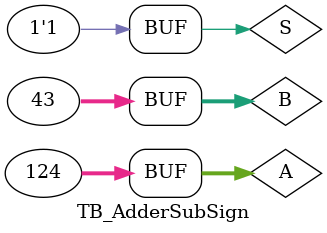
<source format=v>
module TB_AdderSubSign();
parameter N=32;
reg [N-1:0]A,B;
reg S;
wire [N-1:0]C;
wire O;
AdderSubSign #(.N(N)) DUT(.A(A),.B(B),.S(S),.C(C),.O(O));
initial begin
A=32'd124;B=32'd43;S=1'b0;
#10 A=-32'd124;B=32'd43;S=1'b0;
#10 A=32'd124;B=-32'd43;S=1'b1;
#10 A=32'd124;B=32'd43;S=1'b1;


end
endmodule
</source>
